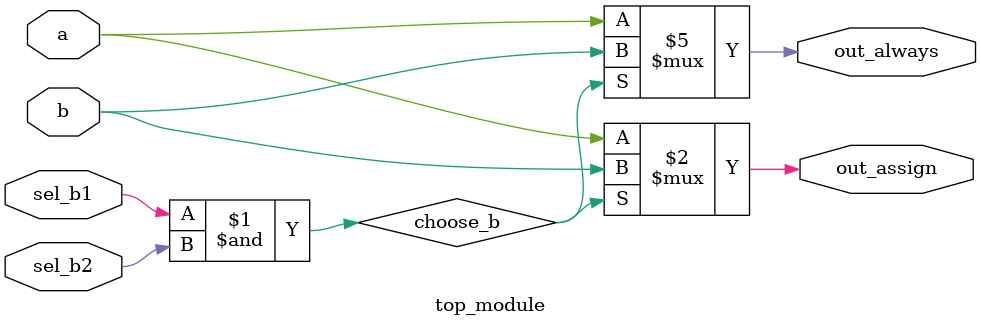
<source format=sv>
module top_module(
    input a,
    input b,
    input sel_b1,
    input sel_b2,
    output wire out_assign,
    output reg out_always   ); 
    wire choose_b = sel_b1 & sel_b2;
    assign out_assign = (choose_b) ? b : a;
    always @ (*) begin
        if (choose_b)
        begin
            out_always = b; // NO "assign" STATEMENT!!!
        end
        else
        begin
            out_always = a;
        end
	end
endmodule

</source>
